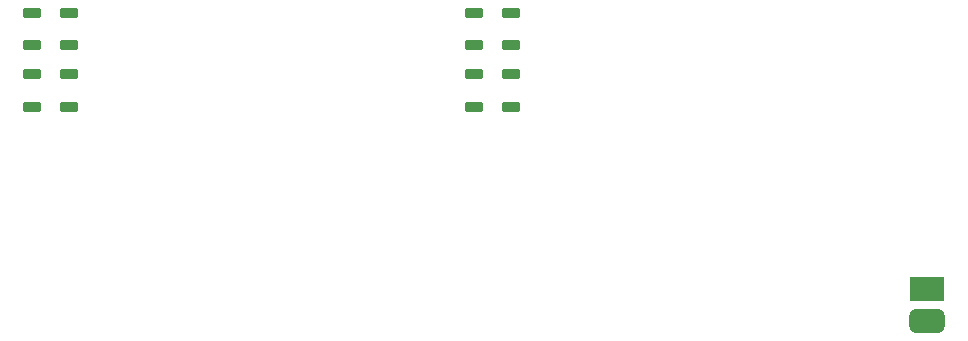
<source format=gbr>
%TF.GenerationSoftware,KiCad,Pcbnew,9.0.7*%
%TF.CreationDate,2026-01-11T19:31:30+01:00*%
%TF.ProjectId,pcb_phone_controller,7063625f-7068-46f6-9e65-5f636f6e7472,rev?*%
%TF.SameCoordinates,Original*%
%TF.FileFunction,Paste,Bot*%
%TF.FilePolarity,Positive*%
%FSLAX46Y46*%
G04 Gerber Fmt 4.6, Leading zero omitted, Abs format (unit mm)*
G04 Created by KiCad (PCBNEW 9.0.7) date 2026-01-11 19:31:30*
%MOMM*%
%LPD*%
G01*
G04 APERTURE LIST*
G04 Aperture macros list*
%AMRoundRect*
0 Rectangle with rounded corners*
0 $1 Rounding radius*
0 $2 $3 $4 $5 $6 $7 $8 $9 X,Y pos of 4 corners*
0 Add a 4 corners polygon primitive as box body*
4,1,4,$2,$3,$4,$5,$6,$7,$8,$9,$2,$3,0*
0 Add four circle primitives for the rounded corners*
1,1,$1+$1,$2,$3*
1,1,$1+$1,$4,$5*
1,1,$1+$1,$6,$7*
1,1,$1+$1,$8,$9*
0 Add four rect primitives between the rounded corners*
20,1,$1+$1,$2,$3,$4,$5,0*
20,1,$1+$1,$4,$5,$6,$7,0*
20,1,$1+$1,$6,$7,$8,$9,0*
20,1,$1+$1,$8,$9,$2,$3,0*%
G04 Aperture macros list end*
%ADD10RoundRect,0.500000X-1.000000X-0.500000X1.000000X-0.500000X1.000000X0.500000X-1.000000X0.500000X0*%
%ADD11R,3.000000X2.000000*%
%ADD12RoundRect,0.120000X0.680000X0.280000X-0.680000X0.280000X-0.680000X-0.280000X0.680000X-0.280000X0*%
G04 APERTURE END LIST*
D10*
%TO.C,U1*%
X205481355Y-137313130D03*
D11*
X205481355Y-134563130D03*
%TD*%
D12*
%TO.C,ClickStickR1*%
X170250000Y-116425000D03*
X167150000Y-116425000D03*
X170250000Y-119175000D03*
X167150000Y-119175000D03*
%TD*%
%TO.C,ClickStickL1*%
X132850000Y-116425000D03*
X129750000Y-116425000D03*
X132850000Y-119175000D03*
X129750000Y-119175000D03*
%TD*%
%TO.C,BumperR1*%
X170250000Y-111225000D03*
X167150000Y-111225000D03*
X170250000Y-113975000D03*
X167150000Y-113975000D03*
%TD*%
%TO.C,BumperL1*%
X132850000Y-111225000D03*
X129750000Y-111225000D03*
X132850000Y-113975000D03*
X129750000Y-113975000D03*
%TD*%
M02*

</source>
